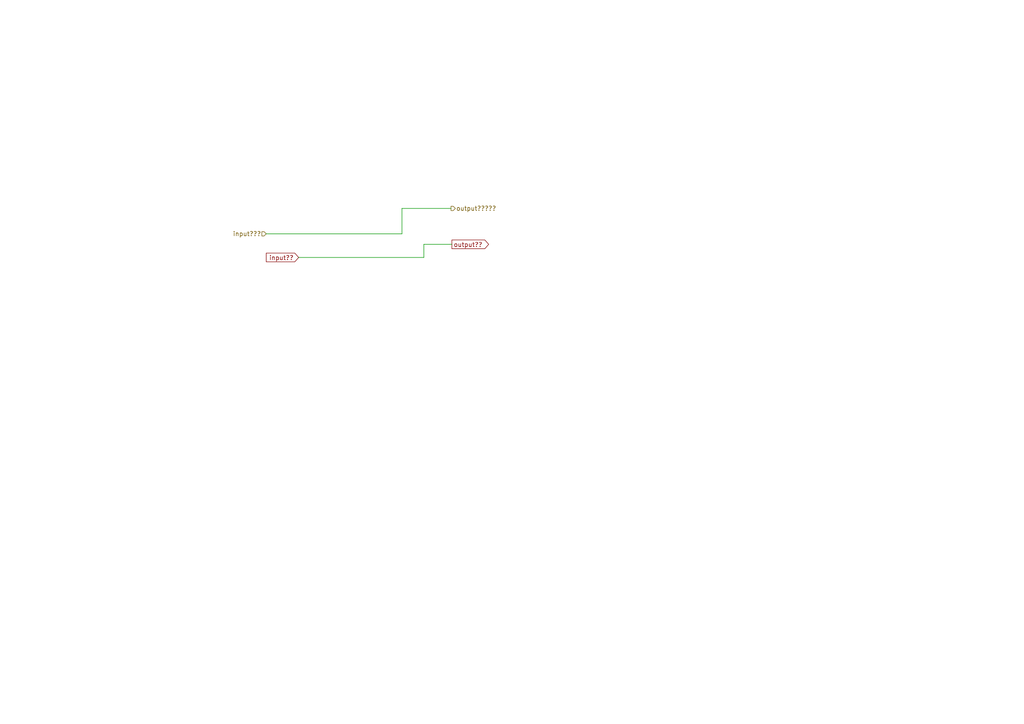
<source format=kicad_sch>
(kicad_sch (version 20211123) (generator eeschema)
  (paper "A4")
  (lib_symbols)
  (wire (pts (xy 122.936 70.866) (xy 131.064 70.866)))
  (wire (pts (xy 116.586 67.818) (xy 116.586 60.452)))
  (wire (pts (xy 77.216 67.818) (xy 116.586 67.818)))
  (wire (pts (xy 86.614 74.676) (xy 122.936 74.676)))
  (wire (pts (xy 116.586 60.452) (xy 130.81 60.452)))
  (wire (pts (xy 122.936 74.676) (xy 122.936 70.866)))
  (global_label "output??" (shape output) (at 131.064 70.866 0) (property "Intersheet References" "${INTERSHEET_REFS}" (effects hide)))
  (global_label "input??" (shape input) (at 86.614 74.676 180) (property "Intersheet References" "${INTERSHEET_REFS}" (effects hide)))
  (hierarchical_label "input???" (shape input) (at 77.216 67.818 180))
  (hierarchical_label "output?????" (shape output) (at 130.81 60.452 0))
)
</source>
